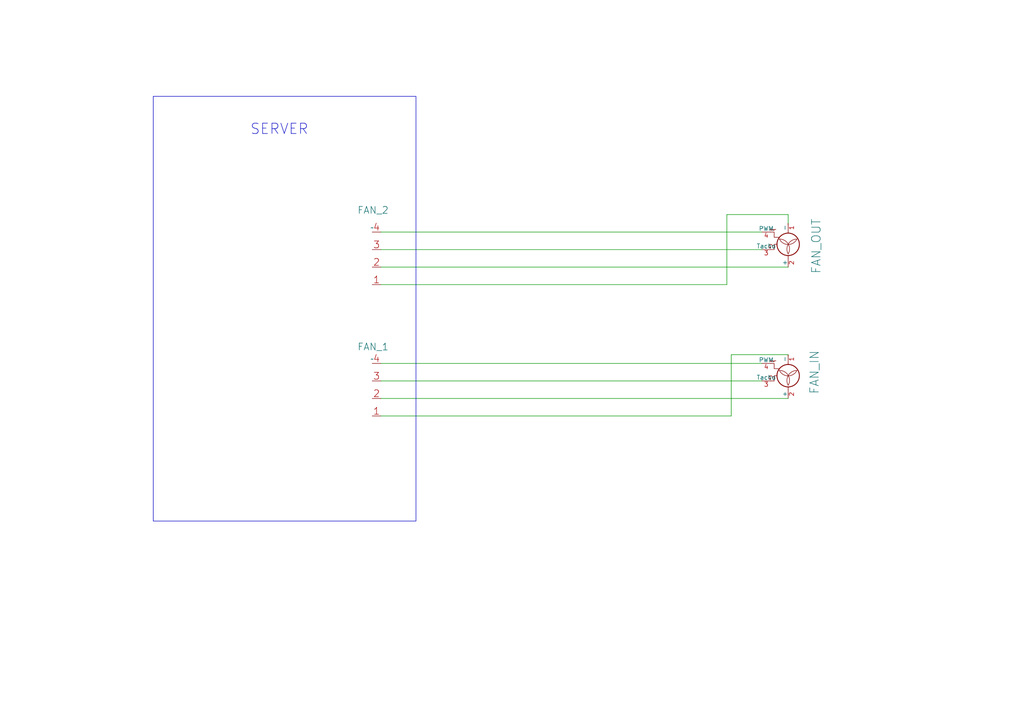
<source format=kicad_sch>
(kicad_sch (version 20231120) (generator "eeschema") (generator_version "8.0")
  (paper "A4")
  (lib_symbols
    (symbol "Connector:Conn_01x04_(wide)"
      (property "Reference" "J" (at 0 0 0))
      (symbol "Conn_01x04_(wide)_1_1"
        (pin input line (at -2.54 -5.08 0) (length 2.54) (name "") (number "1"))
        (pin input line (at -2.54 -10.16 0) (length 2.54) (name "") (number "2"))
        (pin input line (at -2.54 -15.24 0) (length 2.54) (name "") (number "3"))
        (pin input line (at -2.54 -20.32 0) (length 2.54) (name "") (number "4"))
      )
    )
    (symbol "Motor:Fan_CPU_4pin" (pin_names (offset 0))
      (property "Reference" "M" (at 2.54 5.08 0))
      (property "Value" "Fan_CPU_4pin" (at 2.54 -2.54 0))
      (symbol "Fan_CPU_4pin_0_0"
        (arc (start -5.588 1.524) (mid -5.08 1.0182) (end -4.572 1.524))
        (arc (start -5.08 2.032) (mid -5.4392 1.8832) (end -5.588 1.524))
        (polyline (pts (xy -5.08 2.032) (xy -5.334 2.159)))
        (polyline (pts (xy -5.08 2.032) (xy -5.207 1.778)))
        (polyline (pts (xy -4.064 2.54) (xy -4.064 1.016) (xy -3.302 1.016)))
      )
      (symbol "Fan_CPU_4pin_0_1"
        (arc (start -2.54 -0.508) (mid 0.0028 0.9121) (end 0 3.81))
        (polyline (pts (xy -4.064 2.54) (xy -5.08 2.54)))
        (polyline (pts (xy 0 -5.08) (xy 0 -4.572)))
        (polyline (pts (xy 0 -2.2352) (xy 0 -2.6416)))
        (polyline (pts (xy 0 4.2672) (xy 0 4.6228)))
        (polyline (pts (xy 0 4.572) (xy 0 5.08)))
        (polyline (pts (xy -2.54 -1.016) (xy -4.064 -1.016) (xy -4.064 -2.54) (xy -5.08 -2.54)))
        (polyline (pts (xy -5.334 -3.302) (xy -5.08 -3.302) (xy -5.08 -3.048) (xy -4.826 -3.048) (xy -4.826 -3.302) (xy -4.318 -3.302) (xy -4.318 -3.048) (xy -4.064 -3.048) (xy -4.064 -3.302) (xy -3.556 -3.302)))
        (circle (center 0 1.016) (radius 3.2512) (stroke (width 0.254)))
        (arc (start 0 3.81) (mid 0.053 0.921) (end 2.54 -0.508))
        (arc (start 2.54 -0.508) (mid 0 1.0618) (end -2.54 -0.508))
      )
      (symbol "Fan_CPU_4pin_1_1"
        (pin passive line (at 0 -5.08 90) (length 2.54) (name "-") (number "1"))
        (pin passive line (at 0 7.62 270) (length 2.54) (name "+") (number "2"))
        (pin passive line (at -7.62 2.54 0) (length 2.54) (name "Tacho") (number "3"))
        (pin input line (at -7.62 -2.54 0) (length 2.54) (name "PWM") (number "4"))
      )
    )
  )
  (wire (pts (xy 228.6 102.87) (xy 212.09 102.87)))
  (wire (pts (xy 110.49 105.41) (xy 220.98 105.41)))
  (wire (pts (xy 212.09 102.87) (xy 212.09 120.65)))
  (wire (pts (xy 212.09 120.65) (xy 110.49 120.65)))
  (wire (pts (xy 210.82 82.55) (xy 110.49 82.55)))
  (wire (pts (xy 110.49 77.47) (xy 228.6 77.47)))
  (wire (pts (xy 210.82 62.23) (xy 210.82 82.55)))
  (wire (pts (xy 228.6 62.23) (xy 210.82 62.23)))
  (wire (pts (xy 110.49 67.31) (xy 220.98 67.31)))
  (wire (pts (xy 110.49 110.49) (xy 220.98 110.49)))
  (wire (pts (xy 110.49 115.57) (xy 228.6 115.57)))
  (wire (pts (xy 110.49 72.39) (xy 220.98 72.39)))
  (wire (pts (xy 228.6 64.77) (xy 228.6 62.23)))
  (rectangle (start 44.45 27.94) (end 120.65 151.13))
  (text "SERVER" (at 81.026 37.592 0) (effects (font (size 3 3))))
  (symbol (lib_id "Connector:Conn_01x04_(wide)") (at 107.95 87.63 180) (unit 1)
    (property "Reference" "FAN_2" (at 108.204 60.96 0) (effects (font (size 2 2))))
    (property "Value" "~" (at 107.95 66.04 0))
  )
  (symbol (lib_id "Connector:Conn_01x04_(wide)") (at 107.95 125.73 180) (unit 1)
    (property "Reference" "FAN_1" (at 108.204 100.584 0) (effects (font (size 2 2))))
    (property "Value" "~" (at 107.95 104.14 0))
  )
  (symbol (lib_id "Motor:Fan_CPU_4pin") (at 228.6 69.85 0) (mirror x) (unit 1)
    (property "Reference" "M6" (effects (hide yes)))
    (property "Value" "FAN_OUT" (at 236.728 71.374 90) (effects (font (size 2.5 2.5))))
    (property "Datasheet" "http://www.formfactors.org/developer%5Cspecs%5Crev1_2_public.pdf" (effects (hide yes)))
    (property "Description" "CPU Fan, tacho output, PWM input, 4-pin connector" (effects (hide yes)))
  )
  (symbol (lib_id "Motor:Fan_CPU_4pin") (at 228.6 107.95 0) (mirror x) (unit 1)
    (property "Reference" "M5" (effects (hide yes)))
    (property "Value" "FAN_IN" (at 236.22 107.95 90) (effects (font (size 2.5 2.5))))
    (property "Datasheet" "http://www.formfactors.org/developer%5Cspecs%5Crev1_2_public.pdf" (effects (hide yes)))
    (property "Description" "CPU Fan, tacho output, PWM input, 4-pin connector" (effects (hide yes)))
  )
)
</source>
